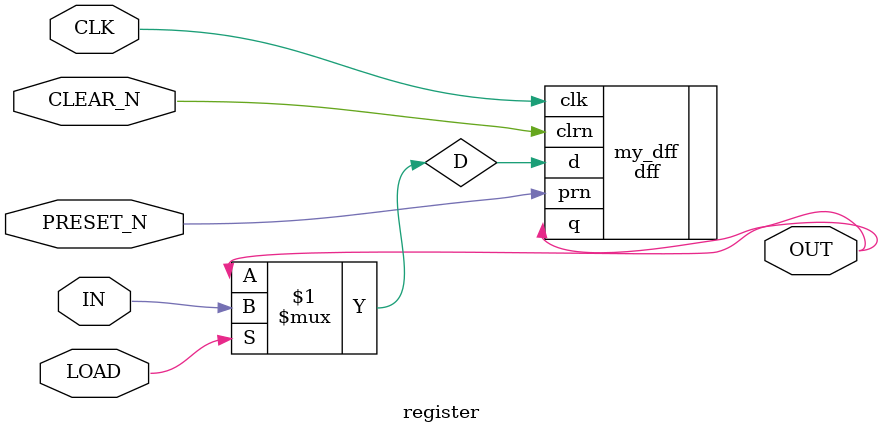
<source format=v>
module register(IN, LOAD, CLK, OUT, PRESET_N, CLEAR_N);
	input IN, LOAD, CLK, PRESET_N, CLEAR_N;
	output OUT;
	assign D = LOAD ? IN : OUT;
	dff my_dff(.d(D), .clk(CLK), .prn(PRESET_N), .clrn(CLEAR_N), .q(OUT));
endmodule
</source>
